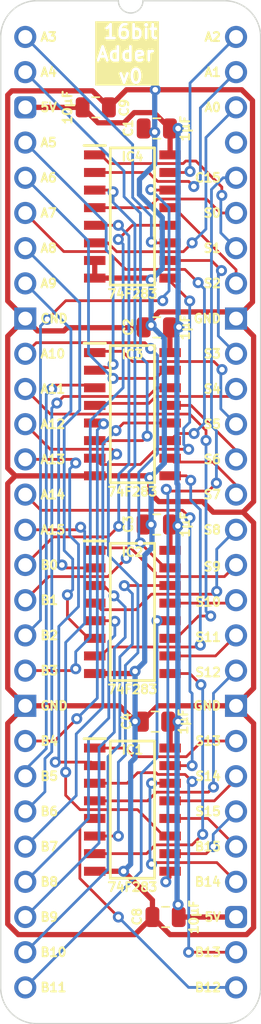
<source format=kicad_pcb>
(kicad_pcb (version 20240108) (generator "pcbnew") (generator_version "8.0")
  (title_block (title "16bit Adder") (date "2024-09-03") (rev "V0"))
  (layers (0 "F.Cu" signal) (31 "B.Cu" signal) (34 "B.Paste" user) (35 "F.Paste" user) (36 "B.SilkS" user "B.Silkscreen") (37 "F.SilkS" user "F.Silkscreen") (38 "B.Mask" user) (39 "F.Mask" user) (44 "Edge.Cuts" user))
  (net 0 "")
  (net 1 "GND")
  (net 2 "5V")
  (net 3 "Net-(IC1-C0)")
  (net 4 "Net-(IC2-C0)")
  (net 5 "Net-(IC3-C0)")
  (net 7 "B_{14}")
  (net 8 "A_{15}")
  (net 9 "S_{15}")
  (net 10 "B_{12}")
  (net 11 "A_{12}")
  (net 12 "S_{13}")
  (net 13 "S_{14}")
  (net 14 "A_{14}")
  (net 15 "S_{12}")
  (net 16 "B_{13}")
  (net 17 "B_{15}")
  (net 18 "A_{13}")
  (net 19 "C_{15}")
  (net 20 "S_{10}")
  (net 21 "A_{9}")
  (net 22 "B_{8}")
  (net 23 "A_{8}")
  (net 24 "B_{9}")
  (net 25 "S_{9}")
  (net 26 "B_{10}")
  (net 27 "A_{11}")
  (net 28 "B_{11}")
  (net 29 "A_{10}")
  (net 30 "S_{11}")
  (net 31 "S_{8}")
  (net 32 "A_{5}")
  (net 33 "B_{7}")
  (net 34 "S_{4}")
  (net 35 "S_{5}")
  (net 36 "B_{5}")
  (net 37 "S_{6}")
  (net 38 "A_{6}")
  (net 39 "B_{4}")
  (net 40 "S_{7}")
  (net 41 "A_{7}")
  (net 42 "A_{4}")
  (net 43 "B_{6}")
  (net 44 "B_{0}")
  (net 45 "S_{3}")
  (net 46 "A_{2}")
  (net 47 "S_{1}")
  (net 48 "A_{3}")
  (net 49 "A_{0}")
  (net 50 "S_{0}")
  (net 51 "B_{3}")
  (net 52 "A_{1}")
  (net 53 "S_{2}")
  (net 54 "B_{1}")
  (net 55 "B_{2}")
  (footprint "SamacSys_Parts:C_0805" (layer "F.Cu") (at 99.06 121.92 90)
    (property "Reference" "C8")
    (property "Value" "10µF")
  )
  (footprint "SamacSys_Parts:C_0805" (layer "F.Cu") (at 98.425 65.024 90)
    (property "Reference" "C1")
    (property "Value" "1μF")
  )
  (footprint "SamacSys_Parts:SOIC127P600X175-16N" (layer "F.Cu") (at 96.647 85.640333)
    (property "Reference" "IC3")
    (property "Value" "SN74F283D" (hide yes))
  )
  (footprint "SamacSys_Parts:C_0805" (layer "F.Cu") (at 93.98 63.5 -90)
    (property "Reference" "C9")
    (property "Value" "10µF")
  )
  (footprint "SamacSys_Parts:C_0805" (layer "F.Cu") (at 98.425 93.599 90)
    (property "Reference" "C3")
    (property "Value" "1μF")
  )
  (footprint "SamacSys_Parts:C_0805" (layer "F.Cu") (at 98.425 79.375 90)
    (property "Reference" "C2")
    (property "Value" "1μF")
  )
  (footprint "SamacSys_Parts:SOIC127P600X175-16N" (layer "F.Cu") (at 96.647 99.906666)
    (property "Reference" "IC2")
    (property "Value" "SN74F283D" (hide yes))
  )
  (footprint "SamacSys_Parts:C_0805" (layer "F.Cu") (at 98.298 107.823 90)
    (property "Reference" "C4")
    (property "Value" "1μF")
  )
  (footprint "SamacSys_Parts:SOIC127P600X175-16N" (layer "F.Cu") (at 96.647 114.173)
    (property "Reference" "IC1")
    (property "Value" "SN74F283D" (hide yes))
  )
  (footprint "SamacSys_Parts:SOIC127P600X175-16N" (layer "F.Cu") (at 96.647 71.374)
    (property "Reference" "IC4")
    (property "Value" "SN74F283D" (hide yes))
  )
  (footprint "SamacSys_Parts:DIP-56_Board_W15.24mm" (layer "F.Cu") (at 88.9 58.42)
    (property "Reference" "J2" (hide yes))
    (property "Value" "Conn_02x28_Counter_Clockwise" (hide yes))
    (fp_line (start -1.778 68.58) (end -1.778 0) (stroke (width 0.1)) (layer "Edge.Cuts"))
    (fp_line (start 6.731 -2.6162) (end 0.835732 -2.613732) (stroke (width 0.1)) (layer "Edge.Cuts"))
    (fp_line (start 14.404267 -2.613733) (end 8.509 -2.6162) (stroke (width 0.1)) (layer "Edge.Cuts"))
    (fp_line (start 14.404268 71.193732) (end 0.835733 71.193733) (stroke (width 0.1)) (layer "Edge.Cuts"))
    (fp_line (start 17.018 68.58) (end 17.017999 -0.000001) (stroke (width 0.1)) (layer "Edge.Cuts"))
    (fp_arc (start -1.778 0) (mid -1.012456 -1.848188) (end 0.835732 -2.613732) (stroke (width 0.1)) (layer "Edge.Cuts"))
    (fp_arc (start 0.835733 71.193733) (mid -1.012457 70.428189) (end -1.778 68.58) (stroke (width 0.1)) (layer "Edge.Cuts"))
    (fp_arc (start 8.509 -2.6162) (mid 7.62 -1.7272) (end 6.731 -2.6162) (stroke (width 0.1)) (layer "Edge.Cuts"))
    (fp_arc (start 14.404267 -2.613733) (mid 16.252457 -1.84819) (end 17.017999 -0.000001) (stroke (width 0.1)) (layer "Edge.Cuts"))
    (fp_arc (start 17.018 68.58) (mid 16.252456 70.428187) (end 14.404268 71.193732) (stroke (width 0.1)) (layer "Edge.Cuts"))
  )
  (gr_text "5V" (at 103.124 121.92 0) (layer "F.SilkS") (effects (font (size 0.635 0.635)) (justify right)))
  (gr_text "S9" (at 103.124 96.647 0) (layer "F.SilkS") (effects (font (size 0.635 0.635)) (justify right)))
  (gr_text "A8" (at 89.916 73.66 0) (layer "F.SilkS") (effects (font (size 0.635 0.635)) (justify left)))
  (gr_text "B9" (at 89.916 121.92 0) (layer "F.SilkS") (effects (font (size 0.635 0.635)) (justify left)))
  (gr_text "A3" (at 89.916 58.42 0) (layer "F.SilkS") (effects (font (size 0.635 0.635)) (justify left)))
  (gr_text "B12" (at 103.124 127 0) (layer "F.SilkS") (effects (font (size 0.635 0.635)) (justify right)))
  (gr_text "GND" (at 89.916 106.68 0) (layer "F.SilkS") (effects (font (size 0.635 0.635)) (justify left)))
  (gr_text "16bit\nAdder \nv0" (at 96.52 61.849 0) (layer "F.SilkS" knockout) (effects (font (size 1 1) (thickness 0.2) (bold yes)) (justify bottom)))
  (gr_text "B0" (at 89.916 96.52 0) (layer "F.SilkS") (effects (font (size 0.635 0.635)) (justify left)))
  (gr_text "A0" (at 103.124 63.5 0) (layer "F.SilkS") (effects (font (size 0.635 0.635)) (justify right)))
  (gr_text "A14" (at 89.916 91.44 0) (layer "F.SilkS") (effects (font (size 0.635 0.635)) (justify left)))
  (gr_text "A15" (at 89.916 93.98 0) (layer "F.SilkS") (effects (font (size 0.635 0.635)) (justify left)))
  (gr_text "S3" (at 103.124 81.28 0) (layer "F.SilkS") (effects (font (size 0.635 0.635)) (justify right)))
  (gr_text "A10" (at 89.916 81.28 0) (layer "F.SilkS") (effects (font (size 0.635 0.635)) (justify left)))
  (gr_text "B6" (at 89.916 114.3 0) (layer "F.SilkS") (effects (font (size 0.635 0.635)) (justify left)))
  (gr_text "A9" (at 89.916 76.2 0) (layer "F.SilkS") (effects (font (size 0.635 0.635)) (justify left)))
  (gr_text "S14" (at 103.124 111.76 0) (layer "F.SilkS") (effects (font (size 0.635 0.635)) (justify right)))
  (gr_text "A7" (at 89.916 71.12 0) (layer "F.SilkS") (effects (font (size 0.635 0.635)) (justify left)))
  (gr_text "A1" (at 103.124 60.96 0) (layer "F.SilkS") (effects (font (size 0.635 0.635)) (justify right)))
  (gr_text "B1" (at 89.916 99.06 0) (layer "F.SilkS") (effects (font (size 0.635 0.635)) (justify left)))
  (gr_text "S8" (at 103.124 93.98 0) (layer "F.SilkS") (effects (font (size 0.635 0.635)) (justify right)))
  (gr_text "A13" (at 89.916 88.9 0) (layer "F.SilkS") (effects (font (size 0.635 0.635)) (justify left)))
  (gr_text "B7" (at 89.916 116.84 0) (layer "F.SilkS") (effects (font (size 0.635 0.635)) (justify left)))
  (gr_text "B14" (at 103.124 119.38 0) (layer "F.SilkS") (effects (font (size 0.635 0.635)) (justify right)))
  (gr_text "B10" (at 89.916 124.46 0) (layer "F.SilkS") (effects (font (size 0.635 0.635)) (justify left)))
  (gr_text "A2" (at 103.124 58.42 0) (layer "F.SilkS") (effects (font (size 0.635 0.635)) (justify right)))
  (gr_text "S6" (at 103.124 88.9 0) (layer "F.SilkS") (effects (font (size 0.635 0.635)) (justify right)))
  (gr_text "S4" (at 103.124 83.82 0) (layer "F.SilkS") (effects (font (size 0.635 0.635)) (justify right)))
  (gr_text "S13" (at 103.124 109.22 0) (layer "F.SilkS") (effects (font (size 0.635 0.635)) (justify right)))
  (gr_text "B3" (at 89.916 104.14 0) (layer "F.SilkS") (effects (font (size 0.635 0.635)) (justify left)))
  (gr_text "S15" (at 103.124 114.3 0) (layer "F.SilkS") (effects (font (size 0.635 0.635)) (justify right)))
  (gr_text "B5" (at 89.916 111.76 0) (layer "F.SilkS") (effects (font (size 0.635 0.635)) (justify left)))
  (gr_text "B11" (at 89.916 127 0) (layer "F.SilkS") (effects (font (size 0.635 0.635)) (justify left)))
  (gr_text "S5" (at 103.124 86.36 0) (layer "F.SilkS") (effects (font (size 0.635 0.635)) (justify right)))
  (gr_text "S2" (at 103.124 76.2 0) (layer "F.SilkS") (effects (font (size 0.635 0.635)) (justify right)))
  (gr_text "A11" (at 89.916 83.82 0) (layer "F.SilkS") (effects (font (size 0.635 0.635)) (justify left)))
  (gr_text "C15" (at 103.124 68.58 0) (layer "F.SilkS") (effects (font (size 0.635 0.635)) (justify right)))
  (gr_text "S0" (at 103.124 71.12 0) (layer "F.SilkS") (effects (font (size 0.635 0.635)) (justify right)))
  (gr_text "B15" (at 103.124 116.84 0) (layer "F.SilkS") (effects (font (size 0.635 0.635)) (justify right)))
  (gr_text "A6" (at 89.916 68.58 0) (layer "F.SilkS") (effects (font (size 0.635 0.635)) (justify left)))
  (gr_text "S11" (at 103.124 101.727 0) (layer "F.SilkS") (effects (font (size 0.635 0.635)) (justify right)))
  (gr_text "S10" (at 103.124 99.187 0) (layer "F.SilkS") (effects (font (size 0.635 0.635)) (justify right)))
  (gr_text "B4" (at 89.916 109.22 0) (layer "F.SilkS") (effects (font (size 0.635 0.635)) (justify left)))
  (gr_text "S7" (at 103.124 91.44 0) (layer "F.SilkS") (effects (font (size 0.635 0.635)) (justify right)))
  (gr_text "GND" (at 103.124 106.68 0) (layer "F.SilkS") (effects (font (size 0.635 0.635)) (justify right)))
  (gr_text "B8" (at 89.916 119.38 0) (layer "F.SilkS") (effects (font (size 0.635 0.635)) (justify left)))
  (gr_text "A4" (at 89.916 60.96 0) (layer "F.SilkS") (effects (font (size 0.635 0.635)) (justify left)))
  (gr_text "A5" (at 89.916 66.04 0) (layer "F.SilkS") (effects (font (size 0.635 0.635)) (justify left)))
  (gr_text "B13" (at 103.124 124.46 0) (layer "F.SilkS") (effects (font (size 0.635 0.635)) (justify right)))
  (gr_text "S1" (at 103.124 73.66 0) (layer "F.SilkS") (effects (font (size 0.635 0.635)) (justify right)))
  (gr_text "A12" (at 89.916 86.36 0) (layer "F.SilkS") (effects (font (size 0.635 0.635)) (justify left)))
  (gr_text "S12" (at 103.124 104.267 0) (layer "F.SilkS") (effects (font (size 0.635 0.635)) (justify right)))
  (gr_text "B2" (at 89.916 101.6 0) (layer "F.SilkS") (effects (font (size 0.635 0.635)) (justify left)))
  (gr_text "GND" (at 89.916 78.74 0) (layer "F.SilkS") (effects (font (size 0.635 0.635)) (justify left)))
  (gr_text "5V" (at 89.916 63.5 0) (layer "F.SilkS") (effects (font (size 0.635 0.635)) (justify left)))
  (gr_text "GND" (at 103.124 78.74 0) (layer "F.SilkS") (effects (font (size 0.635 0.635)) (justify right)))
  (segment (start 104.14 106.68) (end 105.41 105.41) (width 0.38) (layer "F.Cu") (net 1))
  (segment (start 97.434 79.4) (end 91.923 79.4) (width 0.38) (layer "F.Cu") (net 1))
  (segment (start 88.9 106.68) (end 95.712515 106.68) (width 0.38) (layer "F.Cu") (net 1))
  (segment (start 104.14 106.68) (end 105.41 107.95) (width 0.38) (layer "F.Cu") (net 1))
  (segment (start 87.63 62.611) (end 87.63 77.47) (width 0.38) (layer "F.Cu") (net 1))
  (segment (start 105.41 122.682) (end 104.902 123.19) (width 0.38) (layer "F.Cu") (net 1))
  (segment (start 102.489 92.71) (end 104.648 92.71) (width 0.38) (layer "F.Cu") (net 1))
  (segment (start 93.922 118.618) (end 96.012 118.618) (width 0.38) (layer "F.Cu") (net 1))
  (segment (start 88.392 123.19) (end 87.63 122.428) (width 0.38) (layer "F.Cu") (net 1))
  (segment (start 105.41 93.472) (end 104.648 92.71) (width 0.38) (layer "F.Cu") (net 1))
  (segment (start 96.855515 107.823) (end 96.839011 107.806496) (width 0.38) (layer "F.Cu") (net 1))
  (segment (start 97.332 107.823) (end 96.855515 107.823) (width 0.38) (layer "F.Cu") (net 1))
  (segment (start 96.824 123.19) (end 88.392 123.19) (width 0.38) (layer "F.Cu") (net 1))
  (segment (start 93.922 104.351666) (end 96.677368 104.351666) (width 0.38) (layer "F.Cu") (net 1))
  (segment (start 93.922 90.085333) (end 97.770289 90.085333) (width 0.38) (layer "F.Cu") (net 1))
  (segment (start 87.63 80.01) (end 88.9 78.74) (width 0.38) (layer "F.Cu") (net 1))
  (segment (start 93.922 75.819) (end 93.922 74.549) (width 0.38) (layer "F.Cu") (net 1))
  (segment (start 97.905 91.301) (end 98.552 91.948) (width 0.38) (layer "F.Cu") (net 1))
  (segment (start 105.41 80.01) (end 104.14 78.74) (width 0.38) (layer "F.Cu") (net 1))
  (segment (start 97.905 90.220044) (end 97.905 91.301) (width 0.38) (layer "F.Cu") (net 1))
  (segment (start 88.185 90.09) (end 87.63 90.645) (width 0.38) (layer "F.Cu") (net 1))
  (segment (start 96.677368 104.351666) (end 96.839007 104.190027) (width 0.38) (layer "F.Cu") (net 1))
  (segment (start 87.63 105.41) (end 88.9 106.68) (width 0.38) (layer "F.Cu") (net 1))
  (segment (start 105.41 107.95) (end 105.41 122.682) (width 0.38) (layer "F.Cu") (net 1))
  (segment (start 88.185 90.09) (end 87.63 89.535) (width 0.38) (layer "F.Cu") (net 1))
  (segment (start 97.459 93.599) (end 97.998156 93.599) (width 0.38) (layer "F.Cu") (net 1))
  (segment (start 87.63 90.645) (end 87.63 105.41) (width 0.38) (layer "F.Cu") (net 1))
  (segment (start 94.946 63.5) (end 93.756 62.31) (width 0.38) (layer "F.Cu") (net 1))
  (segment (start 98.552 91.948) (end 101.727 91.948) (width 0.38) (layer "F.Cu") (net 1))
  (segment (start 96.216 62.23) (end 94.946 63.5) (width 0.38) (layer "F.Cu") (net 1))
  (segment (start 104.14 106.68) (end 98.475 106.68) (width 0.38) (layer "F.Cu") (net 1))
  (segment (start 93.756 62.31) (end 87.931 62.31) (width 0.38) (layer "F.Cu") (net 1))
  (segment (start 87.63 89.535) (end 87.63 80.01) (width 0.38) (layer "F.Cu") (net 1))
  (segment (start 97.73501 79.483771) (end 97.997005 79.221776) (width 0.38) (layer "F.Cu") (net 1))
  (segment (start 98.094 121.92) (end 98.094 120.7) (width 0.38) (layer "F.Cu") (net 1))
  (segment (start 104.902 123.19) (end 99.364 123.19) (width 0.38) (layer "F.Cu") (net 1))
  (segment (start 101.727 91.948) (end 102.489 92.71) (width 0.38) (layer "F.Cu") (net 1))
  (segment (start 87.931 62.31) (end 87.63 62.611) (width 0.38) (layer "F.Cu") (net 1))
  (segment (start 97.871998 75.819) (end 97.996998 75.944) (width 0.38) (layer "F.Cu") (net 1))
  (segment (start 91.923 79.4) (end 91.694 79.629) (width 0.38) (layer "F.Cu") (net 1))
  (segment (start 98.094 120.7) (end 96.012 118.618) (width 0.38) (layer "F.Cu") (net 1))
  (segment (start 97.998156 93.599) (end 97.99816 93.598996) (width 0.38) (layer "F.Cu") (net 1))
  (segment (start 87.63 77.47) (end 88.9 78.74) (width 0.38) (layer "F.Cu") (net 1))
  (segment (start 105.41 105.41) (end 105.41 93.472) (width 0.38) (layer "F.Cu") (net 1))
  (segment (start 98.574 78.26) (end 97.459 79.375) (width 0.38) (layer "F.Cu") (net 1))
  (segment (start 87.63 122.428) (end 87.63 107.95) (width 0.38) (layer "F.Cu") (net 1))
  (segment (start 95.712515 106.68) (end 96.839011 107.806496) (width 0.38) (layer "F.Cu") (net 1))
  (segment (start 103.66 78.26) (end 98.574 78.26) (width 0.38) (layer "F.Cu") (net 1))
  (segment (start 98.475 106.68) (end 97.332 107.823) (width 0.38) (layer "F.Cu") (net 1))
  (segment (start 87.63 107.95) (end 88.9 106.68) (width 0.38) (layer "F.Cu") (net 1))
  (segment (start 89.789 79.629) (end 88.9 78.74) (width 0.38) (layer "F.Cu") (net 1))
  (segment (start 105.41 91.948) (end 105.41 80.01) (width 0.38) (layer "F.Cu") (net 1))
  (segment (start 88.552 90.09) (end 88.407085 90.09) (width 0.38) (layer "F.Cu") (net 1))
  (segment (start 104.552915 62.23) (end 98.298 62.23) (width 0.38) (layer "F.Cu") (net 1))
  (segment (start 93.917333 90.09) (end 88.552 90.09) (width 0.38) (layer "F.Cu") (net 1))
  (segment (start 91.694 79.629) (end 89.789 79.629) (width 0.38) (layer "F.Cu") (net 1))
  (segment (start 105.33 77.55) (end 105.33 63.007085) (width 0.38) (layer "F.Cu") (net 1))
  (segment (start 98.259 65.278) (end 97.713 65.278) (width 0.38) (layer "F.Cu") (net 1))
  (segment (start 105.33 63.007085) (end 104.552915 62.23) (width 0.38) (layer "F.Cu") (net 1))
  (segment (start 88.407085 90.09) (end 88.185 90.09) (width 0.38) (layer "F.Cu") (net 1))
  (segment (start 97.770289 90.085333) (end 97.905 90.220044) (width 0.38) (layer "F.Cu") (net 1))
  (segment (start 93.922 75.819) (end 97.871998 75.819) (width 0.38) (layer "F.Cu") (net 1))
  (segment (start 99.364 123.19) (end 98.094 121.92) (width 0.38) (layer "F.Cu") (net 1))
  (segment (start 98.298 62.23) (end 96.216 62.23) (width 0.38) (layer "F.Cu") (net 1))
  (segment (start 98.094 121.92) (end 96.824 123.19) (width 0.38) (layer "F.Cu") (net 1))
  (segment (start 104.14 78.74) (end 105.33 77.55) (width 0.38) (layer "F.Cu") (net 1))
  (segment (start 104.648 92.71) (end 105.41 91.948) (width 0.38) (layer "F.Cu") (net 1))
  (via (at 97.997005 79.221776) (size 0.8) (drill 0.4) (layers "F.Cu" "B.Cu") (net 1))
  (via (at 97.996998 75.944) (size 0.8) (drill 0.4) (layers "F.Cu" "B.Cu") (net 1))
  (via (at 96.839011 107.806496) (size 0.8) (drill 0.4) (layers "F.Cu" "B.Cu") (net 1))
  (via (at 96.012 118.618) (size 0.8) (drill 0.4) (layers "F.Cu" "B.Cu") (net 1))
  (via (at 97.99816 93.598996) (size 0.8) (drill 0.4) (layers "F.Cu" "B.Cu") (net 1))
  (via (at 96.839007 104.190027) (size 0.8) (drill 0.4) (layers "F.Cu" "B.Cu") (net 1))
  (via (at 98.298 62.23) (size 0.8) (drill 0.4) (layers "F.Cu" "B.Cu") (net 1))
  (via (at 97.905 90.220044) (size 0.8) (drill 0.4) (layers "F.Cu" "B.Cu") (net 1))
  (via (at 98.259 65.278) (size 0.8) (drill 0.4) (layers "F.Cu" "B.Cu") (net 1))
  (segment (start 98.061409 95.282712) (end 97.536 95.808121) (width 0.38) (layer "B.Cu") (net 1))
  (segment (start 97.154568 68.707432) (end 97.154568 69.798851) (width 0.38) (layer "B.Cu") (net 1))
  (segment (start 98.259 62.269) (end 98.298 62.23) (width 0.38) (layer "B.Cu") (net 1))
  (segment (start 96.839011 110.454989) (end 96.839011 107.806496) (width 0.38) (layer "B.Cu") (net 1))
  (segment (start 97.996998 79.221769) (end 97.997005 79.221776) (width 0.38) (layer "B.Cu") (net 1))
  (segment (start 97.99816 90.313204) (end 97.905 90.220044) (width 0.38) (layer "B.Cu") (net 1))
  (segment (start 98.806 75.134998) (end 97.996998 75.944) (width 0.38) (layer "B.Cu") (net 1))
  (segment (start 98.259 65.278) (end 98.259 62.269) (width 0.38) (layer "B.Cu") (net 1))
  (segment (start 98.953473 80.178244) (end 97.997005 79.221776) (width 0.38) (layer "B.Cu") (net 1))
  (segment (start 98.953473 89.171571) (end 98.953473 80.178244) (width 0.38) (layer "B.Cu") (net 1))
  (segment (start 98.061409 93.662245) (end 98.061409 95.282712) (width 0.38) (layer "B.Cu") (net 1))
  (segment (start 97.154568 69.798851) (end 98.806 71.450283) (width 0.38) (layer "B.Cu") (net 1))
  (segment (start 98.259 67.603) (end 97.154568 68.707432) (width 0.38) (layer "B.Cu") (net 1))
  (segment (start 97.99816 93.598996) (end 97.99816 90.313204) (width 0.38) (layer "B.Cu") (net 1))
  (segment (start 98.259 65.278) (end 98.259 67.603) (width 0.38) (layer "B.Cu") (net 1))
  (segment (start 96.839011 104.190031) (end 96.839007 104.190027) (width 0.38) (layer "B.Cu") (net 1))
  (segment (start 97.905 90.220044) (end 98.953473 89.171571) (width 0.38) (layer "B.Cu") (net 1))
  (segment (start 97.996998 75.944) (end 97.996998 79.221769) (width 0.38) (layer "B.Cu") (net 1))
  (segment (start 96.52 118.11) (end 96.52 110.774) (width 0.38) (layer "B.Cu") (net 1))
  (segment (start 97.536 95.808121) (end 97.536 103.493034) (width 0.38) (layer "B.Cu") (net 1))
  (segment (start 96.839011 107.806496) (end 96.839011 104.190031) (width 0.38) (layer "B.Cu") (net 1))
  (segment (start 98.806 71.450283) (end 98.806 75.134998) (width 0.38) (layer "B.Cu") (net 1))
  (segment (start 96.52 110.774) (end 96.839011 110.454989) (width 0.38) (layer "B.Cu") (net 1))
  (segment (start 97.536 103.493034) (end 96.839007 104.190027) (width 0.38) (layer "B.Cu") (net 1))
  (segment (start 96.012 118.618) (end 96.52 118.11) (width 0.38) (layer "B.Cu") (net 1))
  (segment (start 97.99816 93.598996) (end 98.061409 93.662245) (width 0.38) (layer "B.Cu") (net 1))
  (segment (start 99.985815 79.375) (end 100.010358 79.350457) (width 0.38) (layer "F.Cu") (net 2))
  (segment (start 99.372 66.929) (end 99.372 65.037) (width 0.38) (layer "F.Cu") (net 2))
  (segment (start 93.046 63.5) (end 94.161 64.615) (width 0.38) (layer "F.Cu") (net 2))
  (segment (start 96.774 63.881) (end 98.216 63.881) (width 0.38) (layer "F.Cu") (net 2))
  (segment (start 99.359 93.599) (end 99.359 95.448666) (width 0.38) (layer "F.Cu") (net 2))
  (segment (start 99.994 121.92) (end 104.14 121.92) (width 0.38) (layer "F.Cu") (net 2))
  (segment (start 94.161 64.615) (end 96.04 64.615) (width 0.38) (layer "F.Cu") (net 2))
  (segment (start 99.949 107.823) (end 99.232 107.823) (width 0.38) (layer "F.Cu") (net 2))
  (segment (start 93.046 63.5) (end 88.9 63.5) (width 0.38) (layer "F.Cu") (net 2))
  (segment (start 99.359 93.599) (end 99.834106 93.599) (width 0.38) (layer "F.Cu") (net 2))
  (segment (start 99.994 121.076) (end 99.949 121.031) (width 0.38) (layer "F.Cu") (net 2))
  (segment (start 99.372 109.728) (end 99.372 107.963) (width 0.38) (layer "F.Cu") (net 2))
  (segment (start 99.994 121.92) (end 99.994 121.076) (width 0.38) (layer "F.Cu") (net 2))
  (segment (start 99.359 79.375) (end 99.985815 79.375) (width 0.38) (layer "F.Cu") (net 2))
  (segment (start 96.04 64.615) (end 96.774 63.881) (width 0.38) (layer "F.Cu") (net 2))
  (segment (start 99.949 65.024) (end 99.359 65.024) (width 0.38) (layer "F.Cu") (net 2))
  (segment (start 98.216 63.881) (end 99.359 65.024) (width 0.38) (layer "F.Cu") (net 2))
  (segment (start 99.834106 93.599) (end 99.937 93.701894) (width 0.38) (layer "F.Cu") (net 2))
  (segment (start 99.359 79.375) (end 99.359 81.182333) (width 0.38) (layer "F.Cu") (net 2))
  (via (at 99.949 107.823) (size 0.8) (drill 0.4) (layers "F.Cu" "B.Cu") (net 2))
  (via (at 100.010358 79.350457) (size 0.8) (drill 0.4) (layers "F.Cu" "B.Cu") (net 2))
  (via (at 99.949 65.024) (size 0.8) (drill 0.4) (layers "F.Cu" "B.Cu") (net 2))
  (via (at 99.937 93.701894) (size 0.8) (drill 0.4) (layers "F.Cu" "B.Cu") (net 2))
  (via (at 99.949 121.031) (size 0.8) (drill 0.4) (layers "F.Cu" "B.Cu") (net 2))
  (segment (start 99.949 79.289099) (end 100.010358 79.350457) (width 0.38) (layer "B.Cu") (net 2))
  (segment (start 99.877711 120.959711) (end 99.877711 107.894289) (width 0.38) (layer "B.Cu") (net 2))
  (segment (start 99.865511 90.639571) (end 99.937 90.71106) (width 0.38) (layer "B.Cu") (net 2))
  (segment (start 99.937 107.811) (end 99.937 93.701894) (width 0.38) (layer "B.Cu") (net 2))
  (segment (start 99.949 121.031) (end 99.877711 120.959711) (width 0.38) (layer "B.Cu") (net 2))
  (segment (start 100.010358 79.350457) (end 99.865511 79.495304) (width 0.38) (layer "B.Cu") (net 2))
  (segment (start 99.949 65.024) (end 99.949 79.289099) (width 0.38) (layer "B.Cu") (net 2))
  (segment (start 99.877711 107.894289) (end 99.949 107.823) (width 0.38) (layer "B.Cu") (net 2))
  (segment (start 99.949 107.823) (end 99.937 107.811) (width 0.38) (layer "B.Cu") (net 2))
  (segment (start 99.865511 79.495304) (end 99.865511 90.639571) (width 0.38) (layer "B.Cu") (net 2))
  (segment (start 99.937 90.71106) (end 99.937 93.701894) (width 0.38) (layer "B.Cu") (net 2))
  (segment (start 99.372 104.351666) (end 100.795664 104.351666) (width 0.2) (layer "F.Cu") (net 3))
  (segment (start 98.307 116.713) (end 100.965006 116.713) (width 0.2) (layer "F.Cu") (net 3))
  (segment (start 100.795664 104.351666) (end 101.599999 105.156001) (width 0.2) (layer "F.Cu") (net 3))
  (segment (start 93.922 117.348) (end 97.672 117.348) (width 0.2) (layer "F.Cu") (net 3))
  (segment (start 100.965006 116.713) (end 101.726994 115.951012) (width 0.2) (layer "F.Cu") (net 3))
  (segment (start 97.672 117.348) (end 98.307 116.713) (width 0.2) (layer "F.Cu") (net 3))
  (via (at 101.599999 105.156001) (size 0.8) (drill 0.4) (layers "F.Cu" "B.Cu") (net 3))
  (via (at 101.726994 115.951012) (size 0.8) (drill 0.4) (layers "F.Cu" "B.Cu") (net 3))
  (segment (start 101.727006 115.951) (end 101.726994 115.951012) (width 0.2) (layer "B.Cu") (net 3))
  (segment (start 101.727006 105.283008) (end 101.727006 115.951) (width 0.2) (layer "B.Cu") (net 3))
  (segment (start 101.599999 105.156001) (end 101.727006 105.283008) (width 0.2) (layer "B.Cu") (net 3))
  (segment (start 101.421224 102.436666) (end 101.555712 102.302178) (width 0.2) (layer "F.Cu") (net 4))
  (segment (start 94.372 103.081666) (end 95.017 102.436666) (width 0.2) (layer "F.Cu") (net 4))
  (segment (start 95.017 102.436666) (end 101.421224 102.436666) (width 0.2) (layer "F.Cu") (net 4))
  (segment (start 100.537308 90.085333) (end 100.862 90.410025) (width 0.2) (layer "F.Cu") (net 4))
  (segment (start 99.372 90.085333) (end 100.537308 90.085333) (width 0.2) (layer "F.Cu") (net 4))
  (via (at 101.555712 102.302178) (size 0.8) (drill 0.4) (layers "F.Cu" "B.Cu") (net 4))
  (via (at 100.862 90.410025) (size 0.8) (drill 0.4) (layers "F.Cu" "B.Cu") (net 4))
  (segment (start 100.862 90.410025) (end 100.862 91.845) (width 0.2) (layer "B.Cu") (net 4))
  (segment (start 101.555712 92.538712) (end 101.555712 102.302178) (width 0.2) (layer "B.Cu") (net 4))
  (segment (start 100.862 91.845) (end 101.555712 92.538712) (width 0.2) (layer "B.Cu") (net 4))
  (segment (start 97.218333 89.269) (end 98.317 88.170333) (width 0.2) (layer "F.Cu") (net 5))
  (segment (start 98.317 88.170333) (end 100.711 88.170333) (width 0.2) (layer "F.Cu") (net 5))
  (segment (start 93.922 88.815333) (end 94.375667 89.269) (width 0.2) (layer "F.Cu") (net 5))
  (segment (start 99.372 75.819) (end 99.372 76.053) (width 0.2) (layer "F.Cu") (net 5))
  (segment (start 94.375667 89.269) (end 97.218333 89.269) (width 0.2) (layer "F.Cu") (net 5))
  (segment (start 99.372 76.053) (end 100.789 77.47) (width 0.2) (layer "F.Cu") (net 5))
  (via (at 100.789 77.47) (size 0.8) (drill 0.4) (layers "F.Cu" "B.Cu") (net 5))
  (via (at 100.711 88.170333) (size 0.8) (drill 0.4) (layers "F.Cu" "B.Cu") (net 5))
  (segment (start 100.355511 86.664918) (end 100.355511 87.814844) (width 0.2) (layer "B.Cu") (net 5))
  (segment (start 100.789 86.231429) (end 100.355511 86.664918) (width 0.2) (layer "B.Cu") (net 5))
  (segment (start 100.789 77.47) (end 100.789 86.231429) (width 0.2) (layer "B.Cu") (net 5))
  (segment (start 100.355511 87.814844) (end 100.711 88.170333) (width 0.2) (layer "B.Cu") (net 5))
  (segment (start 102.753 117.993) (end 104.14 119.38) (width 0.2) (layer "F.Cu") (net 7))
  (segment (start 98.027378 118.104499) (end 98.138877 117.993) (width 0.2) (layer "F.Cu") (net 7))
  (segment (start 99.372 112.268) (end 98.032008 112.268) (width 0.2) (layer "F.Cu") (net 7))
  (segment (start 98.138877 117.993) (end 102.753 117.993) (width 0.2) (layer "F.Cu") (net 7))
  (segment (start 98.032008 112.268) (end 98.032 112.268008) (width 0.2) (layer "F.Cu") (net 7))
  (via (at 98.027378 118.104499) (size 0.8) (drill 0.4) (layers "F.Cu" "B.Cu") (net 7))
  (via (at 98.032 112.268008) (size 0.8) (drill 0.4) (layers "F.Cu" "B.Cu") (net 7))
  (segment (start 97.917 112.383008) (end 98.032 112.268008) (width 0.2) (layer "B.Cu") (net 7))
  (segment (start 97.917 117.994121) (end 97.917 112.383008) (width 0.2) (layer "B.Cu") (net 7))
  (segment (start 98.027378 118.104499) (end 97.917 117.994121) (width 0.2) (layer "B.Cu") (net 7))
  (segment (start 92.857 114.173) (end 91.820993 113.136993) (width 0.2) (layer "F.Cu") (net 8))
  (segment (start 98.922 116.078) (end 97.017 114.173) (width 0.2) (layer "F.Cu") (net 8))
  (segment (start 91.820993 113.136993) (end 91.820993 111.463078) (width 0.2) (layer "F.Cu") (net 8))
  (segment (start 97.017 114.173) (end 92.857 114.173) (width 0.2) (layer "F.Cu") (net 8))
  (segment (start 92.899 93.792306) (end 92.711306 93.98) (width 0.2) (layer "F.Cu") (net 8))
  (segment (start 92.711306 93.98) (end 88.9 93.98) (width 0.2) (layer "F.Cu") (net 8))
  (via (at 92.899 93.792306) (size 0.8) (drill 0.4) (layers "F.Cu" "B.Cu") (net 8))
  (via (at 91.820993 111.463078) (size 0.8) (drill 0.4) (layers "F.Cu" "B.Cu") (net 8))
  (segment (start 93.193466 100.735534) (end 91.820993 102.108007) (width 0.2) (layer "B.Cu") (net 8))
  (segment (start 93.193466 94.086772) (end 93.193466 100.735534) (width 0.2) (layer "B.Cu") (net 8))
  (segment (start 91.820993 102.108007) (end 91.820993 111.463078) (width 0.2) (layer "B.Cu") (net 8))
  (segment (start 92.899 93.792306) (end 93.193466 94.086772) (width 0.2) (layer "B.Cu") (net 8))
  (segment (start 99.372 117.348) (end 101.981 117.348) (width 0.2) (layer "F.Cu") (net 9))
  (segment (start 101.981 117.348) (end 102.489 116.84) (width 0.2) (layer "F.Cu") (net 9))
  (via (at 102.489 116.84) (size 0.8) (drill 0.4) (layers "F.Cu" "B.Cu") (net 9))
  (segment (start 102.489 116.84) (end 102.489 115.951) (width 0.2) (layer "B.Cu") (net 9))
  (segment (start 102.489 115.951) (end 104.14 114.3) (width 0.2) (layer "B.Cu") (net 9))
  (segment (start 95.631 121.92) (end 92.847 119.136) (width 0.2) (layer "F.Cu") (net 10))
  (segment (start 92.847 119.136) (end 92.847 115.453) (width 0.2) (layer "F.Cu") (net 10))
  (segment (start 92.847 115.453) (end 93.492 114.808) (width 0.2) (layer "F.Cu") (net 10))
  (via (at 95.631 121.92) (size 0.8) (drill 0.4) (layers "F.Cu" "B.Cu") (net 10))
  (segment (start 100.711 127) (end 95.631 121.92) (width 0.2) (layer "B.Cu") (net 10))
  (segment (start 104.14 127) (end 100.711 127) (width 0.2) (layer "B.Cu") (net 10))
  (segment (start 95.155333 88.170333) (end 95.504 88.519) (width 0.2) (layer "F.Cu") (net 11))
  (segment (start 88.9 86.36) (end 90.710333 88.170333) (width 0.2) (layer "F.Cu") (net 11))
  (segment (start 90.710333 88.170333) (end 95.155333 88.170333) (width 0.2) (layer "F.Cu") (net 11))
  (segment (start 93.922 116.078) (end 95.631 116.078) (width 0.2) (layer "F.Cu") (net 11))
  (via (at 95.631 116.078) (size 0.8) (drill 0.4) (layers "F.Cu" "B.Cu") (net 11))
  (via (at 95.504 88.519) (size 0.8) (drill 0.4) (layers "F.Cu" "B.Cu") (net 11))
  (segment (start 97.046 97.935) (end 94.907 95.796) (width 0.2) (layer "B.Cu") (net 11))
  (segment (start 95.631 116.078) (end 95.631 110.744) (width 0.2) (layer "B.Cu") (net 11))
  (segment (start 94.907 89.116) (end 95.504 88.519) (width 0.2) (layer "B.Cu") (net 11))
  (segment (start 94.907 95.796) (end 94.907 89.116) (width 0.2) (layer "B.Cu") (net 11))
  (segment (start 95.631 110.744) (end 96.139 110.236) (width 0.2) (layer "B.Cu") (net 11))
  (segment (start 96.139 103.759) (end 97.046 102.852) (width 0.2) (layer "B.Cu") (net 11))
  (segment (start 97.046 102.852) (end 97.046 97.935) (width 0.2) (layer "B.Cu") (net 11))
  (segment (start 96.139 110.236) (end 96.139 103.759) (width 0.2) (layer "B.Cu") (net 11))
  (segment (start 101.682339 109.22) (end 100.549339 110.353) (width 0.2) (layer "F.Cu") (net 12))
  (segment (start 96.139 109.728) (end 93.922 109.728) (width 0.2) (layer "F.Cu") (net 12))
  (segment (start 100.549339 110.353) (end 96.764 110.353) (width 0.2) (layer "F.Cu") (net 12))
  (segment (start 96.764 110.353) (end 96.139 109.728) (width 0.2) (layer "F.Cu") (net 12))
  (segment (start 104.14 109.22) (end 101.682339 109.22) (width 0.2) (layer "F.Cu") (net 12))
  (segment (start 102.573689 113.538) (end 104.14 111.971689) (width 0.2) (layer "F.Cu") (net 13))
  (segment (start 99.372 113.538) (end 102.573689 113.538) (width 0.2) (layer "F.Cu") (net 13))
  (segment (start 88.9 91.44) (end 90.034 92.574) (width 0.2) (layer "F.Cu") (net 14))
  (segment (start 90.034 92.574) (end 100.267601 92.574) (width 0.2) (layer "F.Cu") (net 14))
  (segment (start 100.267601 92.574) (end 100.805712 93.112111) (width 0.2) (layer "F.Cu") (net 14))
  (segment (start 99.372 110.998) (end 100.965 110.998) (width 0.2) (layer "F.Cu") (net 14))
  (via (at 100.965 110.998) (size 0.8) (drill 0.4) (layers "F.Cu" "B.Cu") (net 14))
  (via (at 100.805712 93.112111) (size 0.8) (drill 0.4) (layers "F.Cu" "B.Cu") (net 14))
  (segment (start 100.805712 105.631712) (end 100.805712 93.112111) (width 0.2) (layer "B.Cu") (net 14))
  (segment (start 100.965 110.998) (end 100.965 105.791) (width 0.2) (layer "B.Cu") (net 14))
  (segment (start 100.965 105.791) (end 100.805712 105.631712) (width 0.2) (layer "B.Cu") (net 14))
  (segment (start 97.748831 113.538) (end 98.373831 112.913) (width 0.2) (layer "F.Cu") (net 15))
  (segment (start 102.138028 112.913) (end 102.507478 112.54355) (width 0.2) (layer "F.Cu") (net 15))
  (segment (start 93.922 113.538) (end 97.748831 113.538) (width 0.2) (layer "F.Cu") (net 15))
  (segment (start 98.373831 112.913) (end 102.138028 112.913) (width 0.2) (layer "F.Cu") (net 15))
  (via (at 102.507478 112.54355) (size 0.8) (drill 0.4) (layers "F.Cu" "B.Cu") (net 15))
  (segment (start 104.14 104.14) (end 102.507478 105.772522) (width 0.2) (layer "B.Cu") (net 15))
  (segment (start 102.507478 105.772522) (end 102.507478 112.54355) (width 0.2) (layer "B.Cu") (net 15))
  (segment (start 96.266 112.268) (end 97.028 111.506) (width 0.2) (layer "F.Cu") (net 16))
  (segment (start 104.14 124.46) (end 100.711 124.46) (width 0.2) (layer "F.Cu") (net 16))
  (segment (start 98.342661 111.506) (end 98.469661 111.633) (width 0.2) (layer "F.Cu") (net 16))
  (segment (start 93.922 112.268) (end 96.266 112.268) (width 0.2) (layer "F.Cu") (net 16))
  (segment (start 100.457 111.633) (end 100.965 112.141) (width 0.2) (layer "F.Cu") (net 16))
  (segment (start 97.028 111.506) (end 98.342661 111.506) (width 0.2) (layer "F.Cu") (net 16))
  (segment (start 98.469661 111.633) (end 100.457 111.633) (width 0.2) (layer "F.Cu") (net 16))
  (via (at 100.711 124.46) (size 0.8) (drill 0.4) (layers "F.Cu" "B.Cu") (net 16))
  (via (at 100.965 112.141) (size 0.8) (drill 0.4) (layers "F.Cu" "B.Cu") (net 16))
  (segment (start 100.717711 112.388289) (end 100.965 112.141) (width 0.2) (layer "B.Cu") (net 16))
  (segment (start 100.717711 124.453289) (end 100.717711 112.388289) (width 0.2) (layer "B.Cu") (net 16))
  (segment (start 100.711 124.46) (end 100.717711 124.453289) (width 0.2) (layer "B.Cu") (net 16))
  (segment (start 102.108 114.808) (end 104.14 116.84) (width 0.2) (layer "F.Cu") (net 17))
  (segment (start 99.372 114.808) (end 102.108 114.808) (width 0.2) (layer "F.Cu") (net 17))
  (segment (start 92.288203 88.9) (end 88.9 88.9) (width 0.2) (layer "F.Cu") (net 18))
  (segment (start 93.922 110.998) (end 93.668 110.744) (width 0.2) (layer "F.Cu") (net 18))
  (segment (start 93.668 110.744) (end 91.071 110.744) (width 0.2) (layer "F.Cu") (net 18))
  (segment (start 92.547292 89.159089) (end 92.288203 88.9) (width 0.2) (layer "F.Cu") (net 18))
  (via (at 91.071 110.744) (size 0.8) (drill 0.4) (layers "F.Cu" "B.Cu") (net 18))
  (via (at 92.547292 89.159089) (size 0.8) (drill 0.4) (layers "F.Cu" "B.Cu") (net 18))
  (segment (start 92.547292 89.159089) (end 92.113 89.593381) (width 0.2) (layer "B.Cu") (net 18))
  (segment (start 92.113 94.399) (end 92.748685 95.034685) (width 0.2) (layer "B.Cu") (net 18))
  (segment (start 92.748685 95.034685) (end 92.748685 99.529315) (width 0.2) (layer "B.Cu") (net 18))
  (segment (start 91.325 110.49) (end 91.071 110.744) (width 0.2) (layer "B.Cu") (net 18))
  (segment (start 92.113 89.593381) (end 92.113 94.399) (width 0.2) (layer "B.Cu") (net 18))
  (segment (start 92.748685 99.529315) (end 91.325 100.953) (width 0.2) (layer "B.Cu") (net 18))
  (segment (start 91.325 100.953) (end 91.325 110.49) (width 0.2) (layer "B.Cu") (net 18))
  (segment (start 102.719 90.609324) (end 102.142324 91.186) (width 0.2) (layer "F.Cu") (net 19))
  (segment (start 102.142324 91.186) (end 99.224 91.186) (width 0.2) (layer "F.Cu") (net 19))
  (segment (start 99.372 118.618) (end 99.372 119.068) (width 0.2) (layer "F.Cu") (net 19))
  (segment (start 99.372 119.068) (end 99.06 119.38) (width 0.2) (layer "F.Cu") (net 19))
  (segment (start 99.224 91.186) (end 99.097 91.059) (width 0.2) (layer "F.Cu") (net 19))
  (via (at 102.719 90.609324) (size 0.8) (drill 0.4) (layers "F.Cu" "B.Cu") (net 19))
  (via (at 99.097 91.059) (size 0.8) (drill 0.4) (layers "F.Cu" "B.Cu") (net 19))
  (via (at 99.06 119.38) (size 0.8) (drill 0.4) (layers "F.Cu" "B.Cu") (net 19))
  (segment (start 102.719 86.840194) (end 102.719 90.609324) (width 0.2) (layer "B.Cu") (net 19))
  (segment (start 99.209454 119.230546) (end 99.209454 91.171454) (width 0.2) (layer "B.Cu") (net 19))
  (segment (start 99.209454 91.171454) (end 99.097 91.059) (width 0.2) (layer "B.Cu") (net 19))
  (segment (start 104.14 68.58) (end 103.206339 68.58) (width 0.2) (layer "B.Cu") (net 19))
  (segment (start 99.06 119.38) (end 99.209454 119.230546) (width 0.2) (layer "B.Cu") (net 19))
  (segment (start 102.362 69.424339) (end 102.362 86.483194) (width 0.2) (layer "B.Cu") (net 19))
  (segment (start 103.206339 68.58) (end 102.362 69.424339) (width 0.2) (layer "B.Cu") (net 19))
  (segment (start 102.362 86.483194) (end 102.719 86.840194) (width 0.2) (layer "B.Cu") (net 19))
  (segment (start 99.372 99.271666) (end 103.928334 99.271666) (width 0.2) (layer "F.Cu") (net 20))
  (segment (start 93.922 96.731666) (end 91.76168 96.731666) (width 0.2) (layer "F.Cu") (net 21))
  (segment (start 91.76168 96.731666) (end 91.550014 96.52) (width 0.2) (layer "F.Cu") (net 21))
  (via (at 91.550014 96.52) (size 0.8) (drill 0.4) (layers "F.Cu" "B.Cu") (net 21))
  (segment (start 92.202 79.502) (end 92.202 85.412785) (width 0.2) (layer "B.Cu") (net 21))
  (segment (start 91.313 86.301785) (end 91.313 96.282986) (width 0.2) (layer "B.Cu") (net 21))
  (segment (start 92.202 85.412785) (end 91.313 86.301785) (width 0.2) (layer "B.Cu") (net 21))
  (segment (start 91.313 96.282986) (end 91.550014 96.52) (width 0.2) (layer "B.Cu") (net 21))
  (segment (start 88.9 76.2) (end 92.202 79.502) (width 0.2) (layer "B.Cu") (net 21))
  (segment (start 95.334666 100.541666) (end 95.377 100.584) (width 0.2) (layer "F.Cu") (net 22))
  (segment (start 93.922 100.541666) (end 95.334666 100.541666) (width 0.2) (layer "F.Cu") (net 22))
  (via (at 95.377 100.584) (size 0.8) (drill 0.4) (layers "F.Cu" "B.Cu") (net 22))
  (segment (start 94.939 102.038) (end 95.377 101.6) (width 0.2) (layer "B.Cu") (net 22))
  (segment (start 93.472 109.036) (end 94.939 107.569) (width 0.2) (layer "B.Cu") (net 22))
  (segment (start 93.472 114.808) (end 93.472 109.036) (width 0.2) (layer "B.Cu") (net 22))
  (segment (start 94.939 107.569) (end 94.939 102.038) (width 0.2) (layer "B.Cu") (net 22))
  (segment (start 88.9 119.38) (end 93.472 114.808) (width 0.2) (layer "B.Cu") (net 22))
  (segment (start 95.377 101.6) (end 95.377 100.584) (width 0.2) (layer "B.Cu") (net 22))
  (segment (start 93.260334 101.6) (end 91.948 100.287666) (width 0.2) (layer "F.Cu") (net 23))
  (segment (start 91.948 100.287666) (end 91.948 98.679) (width 0.2) (layer "F.Cu") (net 23))
  (via (at 91.948 98.679) (size 0.8) (drill 0.4) (layers "F.Cu" "B.Cu") (net 23))
  (segment (start 92.329 98.298) (end 91.948 98.679) (width 0.2) (layer "B.Cu") (net 23))
  (segment (start 92.837 77.597) (end 92.837 85.343471) (width 0.2) (layer "B.Cu") (net 23))
  (segment (start 91.713 95.478339) (end 92.329 96.094339) (width 0.2) (layer "B.Cu") (net 23))
  (segment (start 92.329 96.094339) (end 92.329 98.298) (width 0.2) (layer "B.Cu") (net 23))
  (segment (start 92.837 85.343471) (end 91.713 86.467471) (width 0.2) (layer "B.Cu") (net 23))
  (segment (start 91.713 86.467471) (end 91.713 95.478339) (width 0.2) (layer "B.Cu") (net 23))
  (segment (start 88.9 73.66) (end 92.837 77.597) (width 0.2) (layer "B.Cu") (net 23))
  (segment (start 94.567175 98.001666) (end 95.310058 98.744549) (width 0.2) (layer "F.Cu") (net 24))
  (via (at 95.310058 98.744549) (size 0.8) (drill 0.4) (layers "F.Cu" "B.Cu") (net 24))
  (segment (start 95.339 102.527) (end 96.127 101.739) (width 0.2) (layer "B.Cu") (net 24))
  (segment (start 96.127 101.739) (end 96.127 99.561491) (width 0.2) (layer "B.Cu") (net 24))
  (segment (start 94.234 109.69) (end 95.339 108.585) (width 0.2) (layer "B.Cu") (net 24))
  (segment (start 88.9 121.92) (end 94.234 116.586) (width 0.2) (layer "B.Cu") (net 24))
  (segment (start 94.234 116.586) (end 94.234 109.69) (width 0.2) (layer "B.Cu") (net 24))
  (segment (start 95.339 108.585) (end 95.339 102.527) (width 0.2) (layer "B.Cu") (net 24))
  (segment (start 96.127 99.561491) (end 95.310058 98.744549) (width 0.2) (layer "B.Cu") (net 24))
  (segment (start 96.511997 95.286021) (end 98.297 97.071024) (width 0.2) (layer "F.Cu") (net 25))
  (segment (start 98.297 97.071024) (end 98.297 97.356666) (width 0.2) (layer "F.Cu") (net 25))
  (segment (start 98.297 97.356666) (end 103.303334 97.356666) (width 0.2) (layer "F.Cu") (net 25))
  (segment (start 94.097645 95.286021) (end 96.511997 95.286021) (width 0.2) (layer "F.Cu") (net 25))
  (segment (start 103.303334 97.356666) (end 104.14 96.52) (width 0.2) (layer "F.Cu") (net 25))
  (segment (start 96.070046 98.001666) (end 96.061025 98.010687) (width 0.2) (layer "F.Cu") (net 26))
  (segment (start 99.372 98.001666) (end 96.070046 98.001666) (width 0.2) (layer "F.Cu") (net 26))
  (via (at 96.061025 98.010687) (size 0.8) (drill 0.4) (layers "F.Cu" "B.Cu") (net 26))
  (segment (start 95.739 109.493) (end 95.739 103.143) (width 0.2) (layer "B.Cu") (net 26))
  (segment (start 94.881 110.351) (end 95.739 109.493) (width 0.2) (layer "B.Cu") (net 26))
  (segment (start 94.881 118.479) (end 94.881 110.351) (width 0.2) (layer "B.Cu") (net 26))
  (segment (start 95.739 103.143) (end 96.646 102.236) (width 0.2) (layer "B.Cu") (net 26))
  (segment (start 88.9 124.46) (end 94.881 118.479) (width 0.2) (layer "B.Cu") (net 26))
  (segment (start 96.646 98.595662) (end 96.061025 98.010687) (width 0.2) (layer "B.Cu") (net 26))
  (segment (start 96.646 102.236) (end 96.646 98.595662) (width 0.2) (layer "B.Cu") (net 26))
  (segment (start 100.787994 85.630333) (end 101.969 86.811339) (width 0.2) (layer "F.Cu") (net 27))
  (segment (start 90.710333 85.630333) (end 100.787994 85.630333) (width 0.2) (layer "F.Cu") (net 27))
  (segment (start 99.822 101.811666) (end 101.430666 100.203) (width 0.2) (layer "F.Cu") (net 27))
  (segment (start 88.9 83.82) (end 90.710333 85.630333) (width 0.2) (layer "F.Cu") (net 27))
  (segment (start 101.430666 100.203) (end 102.305712 100.203) (width 0.2) (layer "F.Cu") (net 27))
  (segment (start 101.969 86.811339) (end 101.969 87.537458) (width 0.2) (layer "F.Cu") (net 27))
  (via (at 101.969 87.537458) (size 0.8) (drill 0.4) (layers "F.Cu" "B.Cu") (net 27))
  (via (at 102.305712 100.203) (size 0.8) (drill 0.4) (layers "F.Cu" "B.Cu") (net 27))
  (segment (start 101.969 87.537458) (end 101.969 99.866288) (width 0.2) (layer "B.Cu") (net 27))
  (segment (start 101.969 99.866288) (end 102.305712 100.203) (width 0.2) (layer "B.Cu") (net 27))
  (segment (start 99.372 100.541666) (end 98.425 100.541666) (width 0.2) (layer "F.Cu") (net 28))
  (via (at 98.425 100.541666) (size 0.8) (drill 0.4) (layers "F.Cu" "B.Cu") (net 28))
  (segment (start 88.9 127) (end 97.282 118.618) (width 0.2) (layer "B.Cu") (net 28))
  (segment (start 97.282 118.618) (end 97.282 111.5695) (width 0.2) (layer "B.Cu") (net 28))
  (segment (start 97.282 111.5695) (end 98.425 110.4265) (width 0.2) (layer "B.Cu") (net 28))
  (segment (start 98.425 110.4265) (end 98.425 100.541666) (width 0.2) (layer "B.Cu") (net 28))
  (segment (start 97.548001 80.480001) (end 89.699999 80.480001) (width 0.2) (layer "F.Cu") (net 29))
  (segment (start 97.967 80.899) (end 97.548001 80.480001) (width 0.2) (layer "F.Cu") (net 29))
  (segment (start 89.699999 80.480001) (end 88.9 81.28) (width 0.2) (layer "F.Cu") (net 29))
  (segment (start 99.018303 96.731666) (end 97.221409 94.934772) (width 0.2) (layer "F.Cu") (net 29))
  (via (at 97.221409 94.934772) (size 0.8) (drill 0.4) (layers "F.Cu" "B.Cu") (net 29))
  (via (at 97.967 80.899) (size 0.8) (drill 0.4) (layers "F.Cu" "B.Cu") (net 29))
  (segment (start 98.463473 88.480527) (end 97.107602 89.836398) (width 0.2) (layer "B.Cu") (net 29))
  (segment (start 98.463473 81.395473) (end 98.463473 88.480527) (width 0.2) (layer "B.Cu") (net 29))
  (segment (start 97.967 80.899) (end 98.463473 81.395473) (width 0.2) (layer "B.Cu") (net 29))
  (segment (start 97.107602 94.820965) (end 97.221409 94.934772) (width 0.2) (layer "B.Cu") (net 29))
  (segment (start 97.107602 89.836398) (end 97.107602 94.820965) (width 0.2) (layer "B.Cu") (net 29))
  (segment (start 102.658334 103.081666) (end 104.14 101.6) (width 0.2) (layer "F.Cu") (net 30))
  (segment (start 99.372 103.081666) (end 102.658334 103.081666) (width 0.2) (layer "F.Cu") (net 30))
  (segment (start 94.091334 99.441) (end 94.395783 99.745449) (width 0.2) (layer "F.Cu") (net 31))
  (segment (start 94.395783 99.745449) (end 96.902053 99.745449) (width 0.2) (layer "F.Cu") (net 31))
  (segment (start 98.020836 98.626666) (end 102.541334 98.626666) (width 0.2) (layer "F.Cu") (net 31))
  (segment (start 96.902053 99.745449) (end 98.020836 98.626666) (width 0.2) (layer "F.Cu") (net 31))
  (segment (start 102.541334 98.626666) (end 102.743 98.425) (width 0.2) (layer "F.Cu") (net 31))
  (via (at 102.743 98.425) (size 0.8) (drill 0.4) (layers "F.Cu" "B.Cu") (net 31))
  (segment (start 102.743 95.377) (end 104.14 93.98) (width 0.2) (layer "B.Cu") (net 31))
  (segment (start 102.743 98.425) (end 102.743 95.377) (width 0.2) (layer "B.Cu") (net 31))
  (segment (start 95.016574 82.275426) (end 94.111907 82.275426) (width 0.2) (layer "F.Cu") (net 32))
  (segment (start 95.25 82.042) (end 95.016574 82.275426) (width 0.2) (layer "F.Cu") (net 32))
  (via (at 95.25 82.042) (size 0.8) (drill 0.4) (layers "F.Cu" "B.Cu") (net 32))
  (segment (start 95.25 82.042) (end 95.25 74.295) (width 0.2) (layer "B.Cu") (net 32))
  (segment (start 94.747902 71.887902) (end 88.9 66.04) (width 0.2) (layer "B.Cu") (net 32))
  (segment (start 94.747902 73.792902) (end 94.747902 71.887902) (width 0.2) (layer "B.Cu") (net 32))
  (segment (start 95.25 74.295) (end 94.747902 73.792902) (width 0.2) (layer "B.Cu") (net 32))
  (segment (start 96.003669 86.275333) (end 95.457501 86.821501) (width 0.2) (layer "F.Cu") (net 33))
  (segment (start 99.372 86.275333) (end 96.003669 86.275333) (width 0.2) (layer "F.Cu") (net 33))
  (via (at 95.457501 86.821501) (size 0.8) (drill 0.4) (layers "F.Cu" "B.Cu") (net 33))
  (segment (start 92.583 113.157) (end 92.583 108.712) (width 0.2) (layer "B.Cu") (net 33))
  (segment (start 88.9 116.84) (end 92.583 113.157) (width 0.2) (layer "B.Cu") (net 33))
  (segment (start 92.583 108.712) (end 94.507 106.788) (width 0.2) (layer "B.Cu") (net 33))
  (segment (start 94.507 106.788) (end 94.507 87.772002) (width 0.2) (layer "B.Cu") (net 33))
  (segment (start 94.507 87.772002) (end 95.457501 86.821501) (width 0.2) (layer "B.Cu") (net 33))
  (segment (start 94.066742 84.860591) (end 97.837428 84.860591) (width 0.2) (layer "F.Cu") (net 34))
  (segment (start 103.599667 84.360333) (end 104.14 83.82) (width 0.2) (layer "F.Cu") (net 34))
  (segment (start 98.337686 84.360333) (end 103.599667 84.360333) (width 0.2) (layer "F.Cu") (net 34))
  (segment (start 97.837428 84.860591) (end 98.337686 84.360333) (width 0.2) (layer "F.Cu") (net 34))
  (segment (start 102.541333 81.840333) (end 103.124 82.423) (width 0.2) (layer "F.Cu") (net 35))
  (segment (start 94.015713 81.10162) (end 95.915959 81.10162) (width 0.2) (layer "F.Cu") (net 35))
  (segment (start 96.654672 81.840333) (end 102.541333 81.840333) (width 0.2) (layer "F.Cu") (net 35))
  (segment (start 95.915959 81.10162) (end 96.654672 81.840333) (width 0.2) (layer "F.Cu") (net 35))
  (via (at 103.124 82.423) (size 0.8) (drill 0.4) (layers "F.Cu" "B.Cu") (net 35))
  (segment (start 103.04 82.507) (end 103.04 85.26) (width 0.2) (layer "B.Cu") (net 35))
  (segment (start 103.04 85.26) (end 104.14 86.36) (width 0.2) (layer "B.Cu") (net 35))
  (segment (start 103.124 82.423) (end 103.04 82.507) (width 0.2) (layer "B.Cu") (net 35))
  (segment (start 93.727701 83.541034) (end 91.083966 83.541034) (width 0.2) (layer "F.Cu") (net 36))
  (segment (start 91.083966 83.541034) (end 90.805 83.82) (width 0.2) (layer "F.Cu") (net 36))
  (via (at 90.805 83.82) (size 0.8) (drill 0.4) (layers "F.Cu" "B.Cu") (net 36))
  (segment (start 90.417 84.208) (end 90.805 83.82) (width 0.2) (layer "B.Cu") (net 36))
  (segment (start 88.9 111.288653) (end 90.417 109.771653) (width 0.2) (layer "B.Cu") (net 36))
  (segment (start 90.417 109.771653) (end 90.417 84.208) (width 0.2) (layer "B.Cu") (net 36))
  (segment (start 100.884139 85.005333) (end 104.14 88.261194) (width 0.2) (layer "F.Cu") (net 37))
  (segment (start 99.372 85.005333) (end 100.884139 85.005333) (width 0.2) (layer "F.Cu") (net 37))
  (segment (start 95.25 83.058) (end 98.329333 83.058) (width 0.2) (layer "F.Cu") (net 38))
  (segment (start 98.329333 83.058) (end 98.922 82.465333) (width 0.2) (layer "F.Cu") (net 38))
  (via (at 95.25 83.058) (size 0.8) (drill 0.4) (layers "F.Cu" "B.Cu") (net 38))
  (segment (start 93.472 81.28) (end 93.472 73.152) (width 0.2) (layer "B.Cu") (net 38))
  (segment (start 93.472 73.152) (end 88.9 68.58) (width 0.2) (layer "B.Cu") (net 38))
  (segment (start 95.25 83.058) (end 93.472 81.28) (width 0.2) (layer "B.Cu") (net 38))
  (segment (start 88.9 109.22) (end 91.014338 109.22) (width 0.2) (layer "F.Cu") (net 39))
  (segment (start 91.014338 109.22) (end 92.624169 107.610169) (width 0.2) (layer "F.Cu") (net 39))
  (via (at 94.560831 86.333053) (size 0.8) (drill 0.4) (layers "F.Cu" "B.Cu") (net 39))
  (via (at 92.624169 107.610169) (size 0.8) (drill 0.4) (layers "F.Cu" "B.Cu") (net 39))
  (segment (start 94.560831 86.333053) (end 94.107 86.786884) (width 0.2) (layer "B.Cu") (net 39))
  (segment (start 94.107 86.786884) (end 94.107 106.127338) (width 0.2) (layer "B.Cu") (net 39))
  (segment (start 94.107 106.127338) (end 92.624169 107.610169) (width 0.2) (layer "B.Cu") (net 39))
  (segment (start 102.470765 89.091104) (end 104.14 90.760339) (width 0.2) (layer "F.Cu") (net 40))
  (segment (start 99.647771 89.091104) (end 102.470765 89.091104) (width 0.2) (layer "F.Cu") (net 40))
  (segment (start 99.372 88.815333) (end 99.647771 89.091104) (width 0.2) (layer "F.Cu") (net 40))
  (segment (start 94.874837 73.904) (end 96.164837 75.194) (width 0.2) (layer "F.Cu") (net 41))
  (segment (start 96.164837 75.194) (end 100.447 75.194) (width 0.2) (layer "F.Cu") (net 41))
  (segment (start 88.9 71.12) (end 91.684 73.904) (width 0.2) (layer "F.Cu") (net 41))
  (segment (start 99.88439 87.032943) (end 101.105511 87.032943) (width 0.2) (layer "F.Cu") (net 41))
  (segment (start 91.684 73.904) (end 94.874837 73.904) (width 0.2) (layer "F.Cu") (net 41))
  (segment (start 100.447 75.194) (end 101.3995 76.1465) (width 0.2) (layer "F.Cu") (net 41))
  (segment (start 99.372 87.545333) (end 99.88439 87.032943) (width 0.2) (layer "F.Cu") (net 41))
  (via (at 101.105511 87.032943) (size 0.8) (drill 0.4) (layers "F.Cu" "B.Cu") (net 41))
  (via (at 101.3995 76.1465) (size 0.8) (drill 0.4) (layers "F.Cu" "B.Cu") (net 41))
  (segment (start 101.854 86.284454) (end 101.854 76.601) (width 0.2) (layer "B.Cu") (net 41))
  (segment (start 101.105511 87.032943) (end 101.854 86.284454) (width 0.2) (layer "B.Cu") (net 41))
  (segment (start 101.854 76.601) (end 101.3995 76.1465) (width 0.2) (layer "B.Cu") (net 41))
  (segment (start 97.388101 87.545333) (end 97.713473 87.219961) (width 0.2) (layer "F.Cu") (net 42))
  (segment (start 93.922 87.545333) (end 97.388101 87.545333) (width 0.2) (layer "F.Cu") (net 42))
  (via (at 97.713473 87.219961) (size 0.8) (drill 0.4) (layers "F.Cu" "B.Cu") (net 42))
  (segment (start 88.9 60.96) (end 96.040996 68.100996) (width 0.2) (layer "B.Cu") (net 42))
  (segment (start 97.713473 81.965473) (end 97.713473 87.219961) (width 0.2) (layer "B.Cu") (net 42))
  (segment (start 96.040996 68.100996) (end 96.040996 69.943929) (width 0.2) (layer "B.Cu") (net 42))
  (segment (start 97.227477 81.479477) (end 97.713473 81.965473) (width 0.2) (layer "B.Cu") (net 42))
  (segment (start 96.040996 69.943929) (end 97.227477 71.13041) (width 0.2) (layer "B.Cu") (net 42))
  (segment (start 97.227477 71.13041) (end 97.227477 81.479477) (width 0.2) (layer "B.Cu") (net 42))
  (segment (start 98.397 83.735333) (end 97.772 84.360333) (width 0.2) (layer "F.Cu") (net 43))
  (segment (start 91.661667 84.360333) (end 91.186 84.836) (width 0.2) (layer "F.Cu") (net 43))
  (segment (start 97.772 84.360333) (end 91.661667 84.360333) (width 0.2) (layer "F.Cu") (net 43))
  (segment (start 99.372 83.735333) (end 98.397 83.735333) (width 0.2) (layer "F.Cu") (net 43))
  (via (at 91.186 84.836) (size 0.8) (drill 0.4) (layers "F.Cu" "B.Cu") (net 43))
  (segment (start 90.321 110.49) (end 90.817 109.994) (width 0.2) (layer "B.Cu") (net 43))
  (segment (start 90.817 85.205) (end 91.186 84.836) (width 0.2) (layer "B.Cu") (net 43))
  (segment (start 90.321 112.879) (end 90.321 110.49) (width 0.2) (layer "B.Cu") (net 43))
  (segment (start 88.9 114.3) (end 90.321 112.879) (width 0.2) (layer "B.Cu") (net 43))
  (segment (start 90.817 109.994) (end 90.817 85.205) (width 0.2) (layer "B.Cu") (net 43))
  (segment (start 94.890694 94.492306) (end 95.657 93.726) (width 0.2) (layer "F.Cu") (net 44))
  (segment (start 88.9 96.52) (end 90.927694 94.492306) (width 0.2) (layer "F.Cu") (net 44))
  (segment (start 90.927694 94.492306) (end 94.890694 94.492306) (width 0.2) (layer "F.Cu") (net 44))
  (segment (start 93.922 72.009) (end 95.631 72.009) (width 0.2) (layer "F.Cu") (net 44))
  (via (at 95.657 93.726) (size 0.8) (drill 0.4) (layers "F.Cu" "B.Cu") (net 44))
  (via (at 95.631 72.009) (size 0.8) (drill 0.4) (layers "F.Cu" "B.Cu") (net 44))
  (segment (start 95.657 89.97583) (end 95.657 93.726) (width 0.2) (layer "B.Cu") (net 44))
  (segment (start 96.393 72.771) (end 96.393 89.23983) (width 0.2) (layer "B.Cu") (net 44))
  (segment (start 95.631 72.009) (end 96.393 72.771) (width 0.2) (layer "B.Cu") (net 44))
  (segment (start 96.393 89.23983) (end 95.657 89.97583) (width 0.2) (layer "B.Cu") (net 44))
  (segment (start 102.357299 74.549) (end 99.372 74.549) (width 0.2) (layer "F.Cu") (net 45))
  (segment (start 103.086391 75.278092) (end 102.357299 74.549) (width 0.2) (layer "F.Cu") (net 45))
  (via (at 103.086391 75.278092) (size 0.8) (drill 0.4) (layers "F.Cu" "B.Cu") (net 45))
  (segment (start 102.858 75.506483) (end 102.858 79.998) (width 0.2) (layer "B.Cu") (net 45))
  (segment (start 103.086391 75.278092) (end 102.858 75.506483) (width 0.2) (layer "B.Cu") (net 45))
  (segment (start 102.858 79.998) (end 104.14 81.28) (width 0.2) (layer "B.Cu") (net 45))
  (segment (start 99.372 68.199) (end 100.735644 68.199) (width 0.2) (layer "F.Cu") (net 46))
  (segment (start 100.735644 68.199) (end 100.812 68.122644) (width 0.2) (layer "F.Cu") (net 46))
  (via (at 100.812 68.122644) (size 0.8) (drill 0.4) (layers "F.Cu" "B.Cu") (net 46))
  (segment (start 104.14 58.42) (end 100.812 61.748) (width 0.2) (layer "B.Cu") (net 46))
  (segment (start 100.812 61.748) (end 100.812 68.122644) (width 0.2) (layer "B.Cu") (net 46))
  (segment (start 101.236957 67.372644) (end 103.112 69.247687) (width 0.2) (layer "F.Cu") (net 47))
  (segment (start 94.997 67.554) (end 100.319983 67.554) (width 0.2) (layer "F.Cu") (net 47))
  (segment (start 103.112 69.247687) (end 103.112 69.85) (width 0.2) (layer "F.Cu") (net 47))
  (segment (start 94.372 66.929) (end 94.997 67.554) (width 0.2) (layer "F.Cu") (net 47))
  (segment (start 100.501339 67.372644) (end 101.236957 67.372644) (width 0.2) (layer "F.Cu") (net 47))
  (segment (start 100.319983 67.554) (end 100.501339 67.372644) (width 0.2) (layer "F.Cu") (net 47))
  (via (at 103.112 69.85) (size 0.8) (drill 0.4) (layers "F.Cu" "B.Cu") (net 47))
  (segment (start 103.04 72.56) (end 103.04 69.922) (width 0.2) (layer "B.Cu") (net 47))
  (segment (start 103.04 69.922) (end 103.112 69.85) (width 0.2) (layer "B.Cu") (net 47))
  (segment (start 104.14 73.66) (end 103.04 72.56) (width 0.2) (layer "B.Cu") (net 47))
  (segment (start 98.081 73.279) (end 99.372 73.279) (width 0.2) (layer "F.Cu") (net 48))
  (segment (start 98.016 73.214) (end 98.081 73.279) (width 0.2) (layer "F.Cu") (net 48))
  (via (at 98.016 73.214) (size 0.8) (drill 0.4) (layers "F.Cu" "B.Cu") (net 48))
  (segment (start 98.016 71.353247) (end 96.664568 70.001815) (width 0.2) (layer "B.Cu") (net 48))
  (segment (start 96.664568 70.001815) (end 96.664568 66.184568) (width 0.2) (layer "B.Cu") (net 48))
  (segment (start 98.016 73.214) (end 98.016 71.353247) (width 0.2) (layer "B.Cu") (net 48))
  (segment (start 96.664568 66.184568) (end 88.9 58.42) (width 0.2) (layer "B.Cu") (net 48))
  (segment (start 93.922 73.279) (end 94.874 73.279) (width 0.2) (layer "F.Cu") (net 49))
  (segment (start 94.874 73.279) (end 95.509 73.914) (width 0.2) (layer "F.Cu") (net 49))
  (segment (start 95.509 73.914) (end 100.330002 73.914) (width 0.2) (layer "F.Cu") (net 49))
  (segment (start 100.330002 73.914) (end 100.965 73.279002) (width 0.2) (layer "F.Cu") (net 49))
  (via (at 100.965 73.279002) (size 0.8) (drill 0.4) (layers "F.Cu" "B.Cu") (net 49))
  (segment (start 101.962 65.678) (end 101.962 72.282002) (width 0.2) (layer "B.Cu") (net 49))
  (segment (start 104.14 63.5) (end 101.962 65.678) (width 0.2) (layer "B.Cu") (net 49))
  (segment (start 101.962 72.282002) (end 100.965 73.279002) (width 0.2) (layer "B.Cu") (net 49))
  (segment (start 103.00863 71.12) (end 104.14 71.12) (width 0.2) (layer "F.Cu") (net 50))
  (segment (start 97.828453 70.739) (end 98.453453 70.114) (width 0.2) (layer "F.Cu") (net 50))
  (segment (start 98.453453 70.114) (end 102.00263 70.114) (width 0.2) (layer "F.Cu") (net 50))
  (segment (start 102.00263 70.114) (end 103.00863 71.12) (width 0.2) (layer "F.Cu") (net 50))
  (segment (start 93.922 70.739) (end 97.828453 70.739) (width 0.2) (layer "F.Cu") (net 50))
  (segment (start 99.372 72.009) (end 96.641816 72.009) (width 0.2) (layer "F.Cu") (net 51))
  (segment (start 92.547292 104.007912) (end 92.415204 104.14) (width 0.2) (layer "F.Cu") (net 51))
  (segment (start 96.641816 72.009) (end 95.624 73.026816) (width 0.2) (layer "F.Cu") (net 51))
  (segment (start 92.415204 104.14) (end 88.9 104.14) (width 0.2) (layer "F.Cu") (net 51))
  (via (at 92.547292 104.007912) (size 0.8) (drill 0.4) (layers "F.Cu" "B.Cu") (net 51))
  (via (at 95.624 73.026816) (size 0.8) (drill 0.4) (layers "F.Cu" "B.Cu") (net 51))
  (segment (start 93.599 101.727) (end 93.599 86.106) (width 0.2) (layer "B.Cu") (net 51))
  (segment (start 92.547292 102.778708) (end 93.599 101.727) (width 0.2) (layer "B.Cu") (net 51))
  (segment (start 95.974 83.731) (end 95.974 73.376816) (width 0.2) (layer "B.Cu") (net 51))
  (segment (start 93.599 86.106) (end 95.974 83.731) (width 0.2) (layer "B.Cu") (net 51))
  (segment (start 95.974 73.376816) (end 95.624 73.026816) (width 0.2) (layer "B.Cu") (net 51))
  (segment (start 92.547292 104.007912) (end 92.547292 102.778708) (width 0.2) (layer "B.Cu") (net 51))
  (segment (start 93.922 68.199) (end 97.825171 68.199) (width 0.2) (layer "F.Cu") (net 52))
  (segment (start 98.470171 68.844) (end 100.721 68.844) (width 0.2) (layer "F.Cu") (net 52))
  (segment (start 97.825171 68.199) (end 98.470171 68.844) (width 0.2) (layer "F.Cu") (net 52))
  (segment (start 100.721 68.844) (end 101.087433 69.210433) (width 0.2) (layer "F.Cu") (net 52))
  (via (at 101.087433 69.210433) (size 0.8) (drill 0.4) (layers "F.Cu" "B.Cu") (net 52))
  (segment (start 101.562 68.735866) (end 101.087433 69.210433) (width 0.2) (layer "B.Cu") (net 52))
  (segment (start 101.562 63.538) (end 101.562 68.735866) (width 0.2) (layer "B.Cu") (net 52))
  (segment (start 104.14 60.96) (end 101.562 63.538) (width 0.2) (layer "B.Cu") (net 52))
  (segment (start 104.14 76.2) (end 104.14 75.215635) (width 0.2) (layer "F.Cu") (net 53))
  (segment (start 104.14 75.215635) (end 99.663365 70.739) (width 0.2) (layer "F.Cu") (net 53))
  (segment (start 90.603334 97.356666) (end 94.880691 97.356666) (width 0.2) (layer "F.Cu") (net 54))
  (segment (start 95.123 69.469) (end 95.25 69.596) (width 0.2) (layer "F.Cu") (net 54))
  (segment (start 93.922 69.469) (end 95.123 69.469) (width 0.2) (layer "F.Cu") (net 54))
  (segment (start 88.9 99.06) (end 90.603334 97.356666) (width 0.2) (layer "F.Cu") (net 54))
  (segment (start 94.880691 97.356666) (end 96.201336 96.036021) (width 0.2) (layer "F.Cu") (net 54))
  (via (at 96.201336 96.036021) (size 0.8) (drill 0.4) (layers "F.Cu" "B.Cu") (net 54))
  (via (at 95.25 69.596) (size 0.8) (drill 0.4) (layers "F.Cu" "B.Cu") (net 54))
  (segment (start 96.827477 71.935477) (end 96.827477 89.371039) (width 0.2) (layer "B.Cu") (net 54))
  (segment (start 95.25 69.596) (end 95.25 70.358) (width 0.2) (layer "B.Cu") (net 54))
  (segment (start 96.827477 89.371039) (end 96.393 89.805516) (width 0.2) (layer "B.Cu") (net 54))
  (segment (start 96.393 95.844357) (end 96.201336 96.036021) (width 0.2) (layer "B.Cu") (net 54))
  (segment (start 95.25 70.358) (end 96.827477 71.935477) (width 0.2) (layer "B.Cu") (net 54))
  (segment (start 96.393 89.805516) (end 96.393 95.844357) (width 0.2) (layer "B.Cu") (net 54))
  (segment (start 91.82859 77.450079) (end 90.489669 78.789) (width 0.2) (layer "F.Cu") (net 55))
  (segment (start 98.012657 69.469) (end 97.978598 69.434941) (width 0.2) (layer "F.Cu") (net 55))
  (segment (start 99.372 69.469) (end 98.012657 69.469) (width 0.2) (layer "F.Cu") (net 55))
  (segment (start 98.836998 77.450079) (end 91.82859 77.450079) (width 0.2) (layer "F.Cu") (net 55))
  (via (at 90.489669 78.789) (size 0.8) (drill 0.4) (layers "F.Cu" "B.Cu") (net 55))
  (via (at 98.836998 77.450079) (size 0.8) (drill 0.4) (layers "F.Cu" "B.Cu") (net 55))
  (via (at 97.978598 69.434941) (size 0.8) (drill 0.4) (layers "F.Cu" "B.Cu") (net 55))
  (segment (start 97.978598 69.434941) (end 99.296 70.752343) (width 0.2) (layer "B.Cu") (net 55))
  (segment (start 99.296 70.752343) (end 99.296 76.750096) (width 0.2) (layer "B.Cu") (net 55))
  (segment (start 90 79.278669) (end 90.489669 78.789) (width 0.2) (layer "B.Cu") (net 55))
  (segment (start 98.836998 77.209098) (end 98.836998 77.450079) (width 0.2) (layer "B.Cu") (net 55))
  (segment (start 90 100.5) (end 90 79.278669) (width 0.2) (layer "B.Cu") (net 55))
  (segment (start 99.296 76.750096) (end 98.836998 77.209098) (width 0.2) (layer "B.Cu") (net 55))
  (segment (start 88.9 101.6) (end 90 100.5) (width 0.2) (layer "B.Cu") (net 55))
)
</source>
